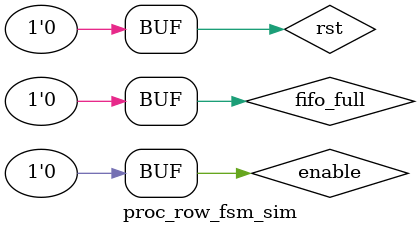
<source format=sv>
`timescale 1ns / 1ps


module proc_row_fsm_sim( );
    logic clk;
    logic rst;
    logic enable;
    logic done;
        
    logic sr_shift;
    
    logic fifo_full;
    logic fifo_we;

    process_row_fsm fsm(
        .clk(clk),
        .rst(rst),
        .enable(enable),
        .done(done),
        
        .sr_shift(sr_shift),
        
        .fifo_full(fifo_full),
        .fifo_we(fifo_we)
    );
    
    initial begin
        #1000
        rst = 1;
        enable = 0;
        fifo_full = 0;

        #20
        rst = 0;
        #20
        enable = 1;
        #20
        enable = 0;

    end
endmodule

</source>
